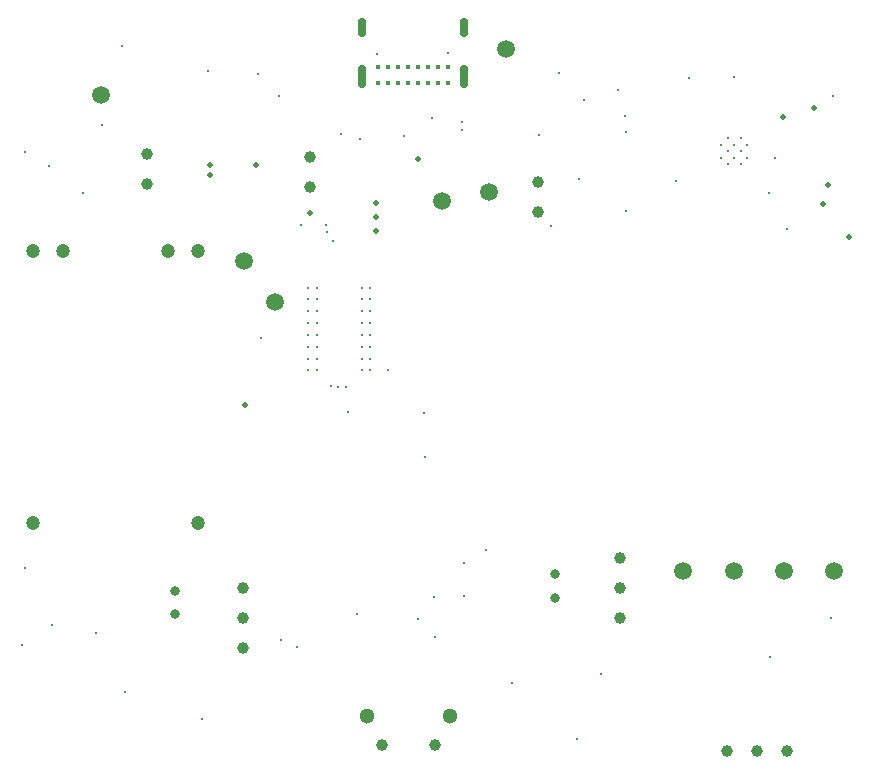
<source format=gbr>
%TF.GenerationSoftware,KiCad,Pcbnew,9.0.0*%
%TF.CreationDate,2025-03-29T01:56:17-04:00*%
%TF.ProjectId,SHERPENT20250113,53484552-5045-44e5-9432-303235303131,rev?*%
%TF.SameCoordinates,Original*%
%TF.FileFunction,Plated,1,4,PTH,Mixed*%
%TF.FilePolarity,Positive*%
%FSLAX46Y46*%
G04 Gerber Fmt 4.6, Leading zero omitted, Abs format (unit mm)*
G04 Created by KiCad (PCBNEW 9.0.0) date 2025-03-29 01:56:17*
%MOMM*%
%LPD*%
G01*
G04 APERTURE LIST*
%TA.AperFunction,ViaDrill*%
%ADD10C,0.200000*%
%TD*%
%TA.AperFunction,ComponentDrill*%
%ADD11C,0.200000*%
%TD*%
%TA.AperFunction,ViaDrill*%
%ADD12C,0.300000*%
%TD*%
%TA.AperFunction,ComponentDrill*%
%ADD13C,0.400000*%
%TD*%
%TA.AperFunction,ViaDrill*%
%ADD14C,0.500000*%
%TD*%
G04 aperture for slot hole*
%TA.AperFunction,ComponentDrill*%
%ADD15C,0.700000*%
%TD*%
%TA.AperFunction,ComponentDrill*%
%ADD16C,0.800000*%
%TD*%
%TA.AperFunction,ComponentDrill*%
%ADD17C,1.000000*%
%TD*%
%TA.AperFunction,ComponentDrill*%
%ADD18C,1.200000*%
%TD*%
%TA.AperFunction,ComponentDrill*%
%ADD19C,1.300000*%
%TD*%
%TA.AperFunction,ComponentDrill*%
%ADD20C,1.500000*%
%TD*%
G04 APERTURE END LIST*
D10*
X135250000Y-124250000D03*
X135500000Y-82500000D03*
X135500000Y-117750000D03*
X137500000Y-83700000D03*
X137800000Y-122600000D03*
X140400000Y-86000000D03*
X141500000Y-123250000D03*
X142000000Y-80250000D03*
X143750000Y-73500000D03*
X144000000Y-128250000D03*
X150500000Y-130500000D03*
X151000000Y-75700000D03*
X155250000Y-75900000D03*
X155500000Y-98300000D03*
X157200000Y-123800000D03*
X158503554Y-124396446D03*
X161000000Y-88700000D03*
X161100000Y-89300000D03*
X161381070Y-102362140D03*
X161550000Y-90050000D03*
X162014233Y-102413291D03*
X162718762Y-102374760D03*
X163900000Y-81400000D03*
X165300000Y-74200000D03*
X166250000Y-101000000D03*
X167600000Y-81200000D03*
X169400000Y-108300000D03*
X170000000Y-79600000D03*
X171300000Y-74100000D03*
X172500000Y-79950000D03*
X172500000Y-80650000D03*
X174500000Y-116250000D03*
X176750000Y-127500000D03*
X179000000Y-81100000D03*
X180000000Y-88800000D03*
X180700000Y-75800000D03*
X182250000Y-132250000D03*
X182400000Y-84800000D03*
X182800000Y-78100000D03*
X184250000Y-126750000D03*
X185725000Y-77300000D03*
X186300000Y-79500000D03*
X186400000Y-80800000D03*
X186400000Y-87500000D03*
X190625000Y-85000000D03*
X191750000Y-76250000D03*
X195500000Y-76200000D03*
X198500000Y-86000000D03*
X198600000Y-125300000D03*
X199000000Y-83000000D03*
X200000000Y-89000000D03*
X203750000Y-122000000D03*
X203900000Y-77800000D03*
D11*
%TO.C,U8*%
X194440000Y-81900000D03*
X194440000Y-83000000D03*
X194990000Y-81350000D03*
X194990000Y-82450000D03*
X194990000Y-83550000D03*
X195540000Y-81900000D03*
X195540000Y-83000000D03*
X196090000Y-81350000D03*
X196090000Y-82450000D03*
X196090000Y-83550000D03*
X196640000Y-81900000D03*
X196640000Y-83000000D03*
%TD*%
D12*
X157000000Y-77750000D03*
X158900000Y-88700000D03*
X159500000Y-94000000D03*
X159500000Y-95000000D03*
X159500000Y-96000000D03*
X159500000Y-97000000D03*
X159500000Y-98000000D03*
X159500000Y-99000000D03*
X159500000Y-100000000D03*
X159500000Y-101000000D03*
X160200000Y-94000000D03*
X160200000Y-95000000D03*
X160200000Y-96000000D03*
X160200000Y-97000000D03*
X160200000Y-98000000D03*
X160200000Y-99000000D03*
X160200000Y-100000000D03*
X160200000Y-101000000D03*
X162300000Y-81000000D03*
X162894307Y-104547153D03*
X163600000Y-121600000D03*
X164000000Y-94000000D03*
X164000000Y-95000000D03*
X164000000Y-96000000D03*
X164000000Y-97000000D03*
X164000000Y-98000000D03*
X164000000Y-99000000D03*
X164000000Y-100000000D03*
X164000000Y-101000000D03*
X164700000Y-94000000D03*
X164700000Y-95000000D03*
X164700000Y-96000000D03*
X164700000Y-97000000D03*
X164700000Y-98000000D03*
X164700000Y-99000000D03*
X164700000Y-100000000D03*
X164700000Y-101000000D03*
X168762500Y-122062500D03*
X169262500Y-104600000D03*
X170100000Y-120200000D03*
X170200000Y-123600000D03*
X172700000Y-117300000D03*
X172700000Y-120100000D03*
D13*
%TO.C,J1*%
X165354800Y-75299200D03*
X165354800Y-76649200D03*
X166204800Y-75299200D03*
X166204800Y-76649200D03*
X167054800Y-75299200D03*
X167054800Y-76649200D03*
X167904800Y-75299200D03*
X167904800Y-76649200D03*
X168754800Y-75299200D03*
X168754800Y-76649200D03*
X169604800Y-75299200D03*
X169604800Y-76649200D03*
X170454800Y-75299200D03*
X170454800Y-76649200D03*
X171304800Y-75299200D03*
X171304800Y-76649200D03*
%TD*%
D14*
X151200000Y-83600000D03*
X151200000Y-84500000D03*
X154100000Y-103900000D03*
X155100000Y-83600000D03*
X159650000Y-87650000D03*
X165200000Y-86800000D03*
X165200000Y-88000000D03*
X165200000Y-89200000D03*
X168800000Y-83100000D03*
X199700000Y-79550000D03*
X202312498Y-78800000D03*
X203100000Y-86900000D03*
X203500000Y-85300000D03*
X205250000Y-89750000D03*
D15*
%TO.C,J1*%
X164009800Y-71549200D02*
X164009800Y-72449200D01*
X164009800Y-75499200D02*
X164009800Y-76799200D01*
X172649800Y-71549200D02*
X172649800Y-72449200D01*
X172649800Y-75499200D02*
X172649800Y-76799200D01*
D16*
%TO.C,C7*%
X148200000Y-119655113D03*
X148200000Y-121655113D03*
%TO.C,C8*%
X180400000Y-118255113D03*
X180400000Y-120255113D03*
D17*
%TO.C,BT2*%
X145800000Y-82725000D03*
X145800000Y-85265000D03*
%TO.C,J2*%
X154000000Y-119460000D03*
X154000000Y-122000000D03*
X154000000Y-124540000D03*
%TO.C,BT1*%
X159600000Y-82925000D03*
X159600000Y-85465000D03*
%TO.C,SW1*%
X165750000Y-132750000D03*
X170250000Y-132750000D03*
%TO.C,JP7*%
X178900000Y-85025000D03*
X178900000Y-87565000D03*
%TO.C,J3*%
X185860600Y-116899487D03*
X185860600Y-119439487D03*
X185860600Y-121979487D03*
%TO.C,J4*%
X194920000Y-133200000D03*
X197460000Y-133200000D03*
X200000000Y-133200000D03*
D18*
%TO.C,U4*%
X136187500Y-90912500D03*
X136187500Y-113912500D03*
X138727500Y-90912500D03*
X147647500Y-90912500D03*
X150187500Y-90912500D03*
X150187500Y-113912500D03*
D19*
%TO.C,SW1*%
X164500000Y-130250000D03*
X171500000Y-130250000D03*
D20*
%TO.C,TP11*%
X141900000Y-77700000D03*
%TO.C,TP10*%
X154009327Y-91736442D03*
%TO.C,TP14*%
X156700000Y-95200000D03*
%TO.C,TP7*%
X170800000Y-86700000D03*
%TO.C,TP4*%
X174800000Y-85900000D03*
%TO.C,TP2*%
X176200000Y-73800000D03*
%TO.C,TP15*%
X191250000Y-118000000D03*
%TO.C,TP16*%
X195500000Y-118000000D03*
%TO.C,TP13*%
X199750000Y-118010255D03*
%TO.C,TP12*%
X204000000Y-118000000D03*
M02*

</source>
